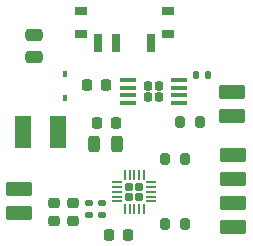
<source format=gbr>
%TF.GenerationSoftware,KiCad,Pcbnew,(6.0.9-0)*%
%TF.CreationDate,2023-01-04T12:54:03-08:00*%
%TF.ProjectId,TMC2300-BOB v1.0,544d4332-3330-4302-9d42-4f422076312e,rev?*%
%TF.SameCoordinates,Original*%
%TF.FileFunction,Paste,Top*%
%TF.FilePolarity,Positive*%
%FSLAX46Y46*%
G04 Gerber Fmt 4.6, Leading zero omitted, Abs format (unit mm)*
G04 Created by KiCad (PCBNEW (6.0.9-0)) date 2023-01-04 12:54:03*
%MOMM*%
%LPD*%
G01*
G04 APERTURE LIST*
G04 Aperture macros list*
%AMRoundRect*
0 Rectangle with rounded corners*
0 $1 Rounding radius*
0 $2 $3 $4 $5 $6 $7 $8 $9 X,Y pos of 4 corners*
0 Add a 4 corners polygon primitive as box body*
4,1,4,$2,$3,$4,$5,$6,$7,$8,$9,$2,$3,0*
0 Add four circle primitives for the rounded corners*
1,1,$1+$1,$2,$3*
1,1,$1+$1,$4,$5*
1,1,$1+$1,$6,$7*
1,1,$1+$1,$8,$9*
0 Add four rect primitives between the rounded corners*
20,1,$1+$1,$2,$3,$4,$5,0*
20,1,$1+$1,$4,$5,$6,$7,0*
20,1,$1+$1,$6,$7,$8,$9,0*
20,1,$1+$1,$8,$9,$2,$3,0*%
G04 Aperture macros list end*
%ADD10RoundRect,0.243750X0.243750X0.456250X-0.243750X0.456250X-0.243750X-0.456250X0.243750X-0.456250X0*%
%ADD11RoundRect,0.218750X0.218750X0.256250X-0.218750X0.256250X-0.218750X-0.256250X0.218750X-0.256250X0*%
%ADD12RoundRect,0.218750X-0.256250X0.218750X-0.256250X-0.218750X0.256250X-0.218750X0.256250X0.218750X0*%
%ADD13RoundRect,0.200000X-0.200000X-0.275000X0.200000X-0.275000X0.200000X0.275000X-0.200000X0.275000X0*%
%ADD14RoundRect,0.135000X0.185000X-0.135000X0.185000X0.135000X-0.185000X0.135000X-0.185000X-0.135000X0*%
%ADD15RoundRect,0.225000X0.250000X-0.225000X0.250000X0.225000X-0.250000X0.225000X-0.250000X-0.225000X0*%
%ADD16RoundRect,0.172500X-0.172500X0.172500X-0.172500X-0.172500X0.172500X-0.172500X0.172500X0.172500X0*%
%ADD17RoundRect,0.050000X-0.050000X0.375000X-0.050000X-0.375000X0.050000X-0.375000X0.050000X0.375000X0*%
%ADD18RoundRect,0.050000X-0.375000X0.050000X-0.375000X-0.050000X0.375000X-0.050000X0.375000X0.050000X0*%
%ADD19RoundRect,0.312500X-0.812500X-0.312500X0.812500X-0.312500X0.812500X0.312500X-0.812500X0.312500X0*%
%ADD20R,1.000000X0.800000*%
%ADD21R,0.700000X1.500000*%
%ADD22RoundRect,0.250000X-0.475000X0.250000X-0.475000X-0.250000X0.475000X-0.250000X0.475000X0.250000X0*%
%ADD23R,0.450000X0.600000*%
%ADD24RoundRect,0.225000X0.225000X0.250000X-0.225000X0.250000X-0.225000X-0.250000X0.225000X-0.250000X0*%
%ADD25RoundRect,0.135000X-0.135000X-0.185000X0.135000X-0.185000X0.135000X0.185000X-0.135000X0.185000X0*%
%ADD26R,1.450000X2.700000*%
%ADD27RoundRect,0.180000X0.180000X0.205000X-0.180000X0.205000X-0.180000X-0.205000X0.180000X-0.205000X0*%
%ADD28RoundRect,0.100000X0.612500X0.100000X-0.612500X0.100000X-0.612500X-0.100000X0.612500X-0.100000X0*%
G04 APERTURE END LIST*
D10*
%TO.C,C1*%
X10233900Y8915400D03*
X8358900Y8915400D03*
%TD*%
D11*
%TO.C,C2*%
X10185500Y10718800D03*
X8610500Y10718800D03*
%TD*%
%TO.C,C3*%
X11176100Y1270000D03*
X9601100Y1270000D03*
%TD*%
D12*
%TO.C,C4*%
X6578600Y3962500D03*
X6578600Y2387500D03*
%TD*%
D13*
%TO.C,R1*%
X14364200Y7696200D03*
X16014200Y7696200D03*
%TD*%
%TO.C,R2*%
X14376400Y2184400D03*
X16026400Y2184400D03*
%TD*%
D14*
%TO.C,R3*%
X7899400Y2919000D03*
X7899400Y3939000D03*
%TD*%
%TO.C,R4*%
X9017000Y2917000D03*
X9017000Y3937000D03*
%TD*%
D15*
%TO.C,C5*%
X4950000Y2400000D03*
X4950000Y3950000D03*
%TD*%
D16*
%TO.C,IC1*%
X12140000Y5290000D03*
X11320000Y4470000D03*
X12140000Y4470000D03*
X11320000Y5290000D03*
D17*
X12530000Y6330000D03*
X12130000Y6330000D03*
X11730000Y6330000D03*
X11330000Y6330000D03*
X10930000Y6330000D03*
D18*
X10280000Y5680000D03*
X10280000Y5280000D03*
X10280000Y4880000D03*
X10280000Y4480000D03*
X10280000Y4080000D03*
D17*
X10930000Y3430000D03*
X11330000Y3430000D03*
X11730000Y3430000D03*
X12130000Y3430000D03*
X12530000Y3430000D03*
D18*
X13180000Y4080000D03*
X13180000Y4480000D03*
X13180000Y4880000D03*
X13180000Y5280000D03*
X13180000Y5680000D03*
%TD*%
D19*
%TO.C,J3*%
X20040600Y13335000D03*
X20040600Y11303000D03*
%TD*%
D20*
%TO.C,SW2*%
X14550000Y20210000D03*
X14550000Y18210000D03*
X7250000Y20210000D03*
X7250000Y18210000D03*
D21*
X8650000Y17460000D03*
X10150000Y17460000D03*
X13150000Y17460000D03*
%TD*%
D22*
%TO.C,C7*%
X3280000Y18190000D03*
X3280000Y16290000D03*
%TD*%
D23*
%TO.C,D1*%
X5900000Y14900000D03*
X5900000Y12800000D03*
%TD*%
D19*
%TO.C,J1*%
X20131800Y8042000D03*
X20131800Y6010000D03*
X20131800Y3978000D03*
X20131800Y1946000D03*
%TD*%
D24*
%TO.C,C6*%
X9300000Y13900000D03*
X7750000Y13900000D03*
%TD*%
D13*
%TO.C,R6*%
X15608800Y10769600D03*
X17258800Y10769600D03*
%TD*%
D25*
%TO.C,R5*%
X16990600Y14757400D03*
X18010600Y14757400D03*
%TD*%
D26*
%TO.C,L1*%
X5236500Y9925000D03*
X2286500Y9925000D03*
%TD*%
D27*
%TO.C,U2*%
X12930400Y12925800D03*
X13790400Y13845800D03*
X12930400Y13845800D03*
X13790400Y12925800D03*
D28*
X15522900Y12410800D03*
X15522900Y13060800D03*
X15522900Y13710800D03*
X15522900Y14360800D03*
X11197900Y14360800D03*
X11197900Y13710800D03*
X11197900Y13060800D03*
X11197900Y12410800D03*
%TD*%
D19*
%TO.C,J2*%
X2000000Y5100000D03*
X2000000Y3068000D03*
%TD*%
M02*

</source>
